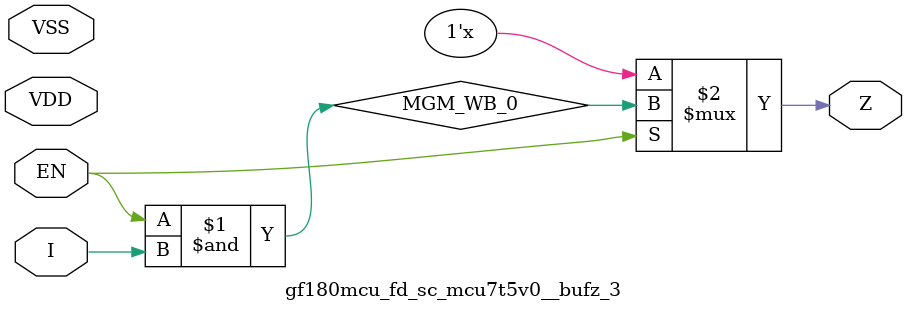
<source format=v>

module gf180mcu_fd_sc_mcu7t5v0__bufz_3( EN, I, Z, VDD, VSS );
input EN, I;
inout VDD, VSS;
output Z;

	wire MGM_WB_0;

	wire MGM_WB_1;

	and MGM_BG_0( MGM_WB_0, EN, I );

	not MGM_BG_1( MGM_WB_1, EN );

	bufif0 MGM_BG_2( Z, MGM_WB_0,MGM_WB_1 );

endmodule

</source>
